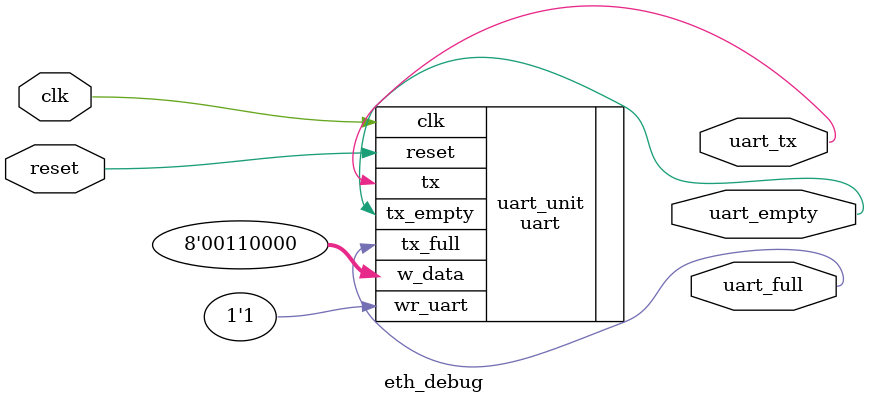
<source format=v>
module eth_debug(
    input wire clk, reset,
    output wire uart_tx,
    output wire uart_empty, uart_full);

    uart uart_unit (.clk(clk), .reset(reset), .tx(uart_tx), .wr_uart(1'b1),
                    .w_data(8'h30), .tx_empty(uart_empty), .tx_full(uart_full));

endmodule

</source>
